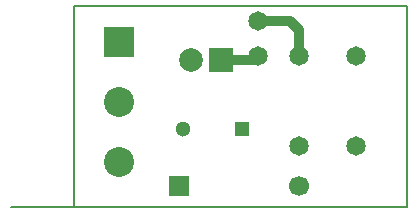
<source format=gbr>
G04 #@! TF.FileFunction,Copper,L1,Top,Signal*
%FSLAX46Y46*%
G04 Gerber Fmt 4.6, Leading zero omitted, Abs format (unit mm)*
G04 Created by KiCad (PCBNEW 0.201511300701+6336~38~ubuntu14.04.1-stable) date mar 01 dic 2015 12:15:58 ART*
%MOMM*%
G01*
G04 APERTURE LIST*
%ADD10C,0.100000*%
%ADD11C,0.150000*%
%ADD12R,2.540000X2.540000*%
%ADD13C,2.540000*%
%ADD14R,1.300000X1.300000*%
%ADD15C,1.300000*%
%ADD16R,2.000000X2.000000*%
%ADD17C,2.000000*%
%ADD18C,1.699260*%
%ADD19R,1.699260X1.699260*%
%ADD20C,1.651000*%
%ADD21C,0.812800*%
%ADD22C,0.250000*%
G04 APERTURE END LIST*
D10*
D11*
X197358000Y-106426000D02*
X163830000Y-106426000D01*
X169164000Y-89408000D02*
X169164000Y-106426000D01*
X197358000Y-89408000D02*
X197358000Y-106426000D01*
X197358000Y-89408000D02*
X169164000Y-89408000D01*
D12*
X172974000Y-92456000D03*
D13*
X172974000Y-97536000D03*
X172974000Y-102616000D03*
D14*
X183388000Y-99822000D03*
D15*
X178388000Y-99822000D03*
D16*
X181610000Y-93980000D03*
D17*
X179070000Y-93980000D03*
D18*
X188214520Y-104645460D03*
D19*
X178054520Y-104645460D03*
D20*
X188214000Y-93599000D03*
X188214000Y-101219000D03*
X193040000Y-93599000D03*
X193040000Y-101219000D03*
X184785000Y-90678000D03*
X184785000Y-93599000D03*
D21*
X181610000Y-93980000D02*
X184404000Y-93980000D01*
X188214000Y-91440000D02*
X188214000Y-93599000D01*
X187452000Y-90678000D02*
X188214000Y-91440000D01*
X184785000Y-90678000D02*
X187452000Y-90678000D01*
X184404000Y-93980000D02*
X184785000Y-93599000D01*
D22*
X178030979Y-104669001D02*
X178054520Y-104645460D01*
M02*

</source>
